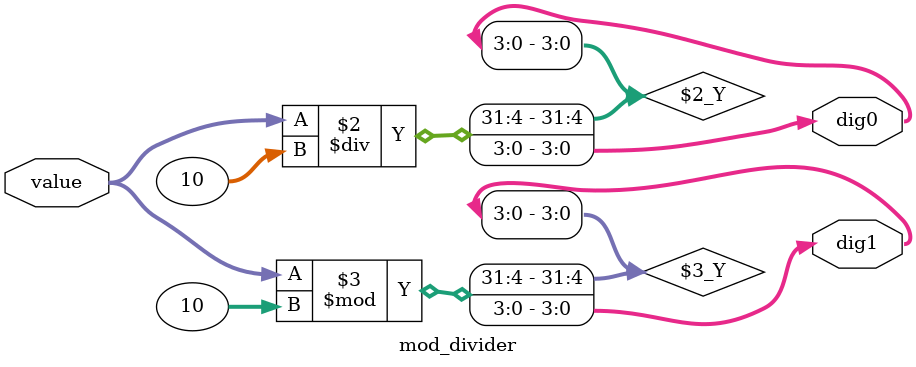
<source format=v>
module mod_divider(
input wire [5:0] value,
output reg [3:0] dig0,
output reg [3:0] dig1
);

always @(value)

begin
	dig0 = value / 10;
	dig1 = value % 10;
end
endmodule
</source>
